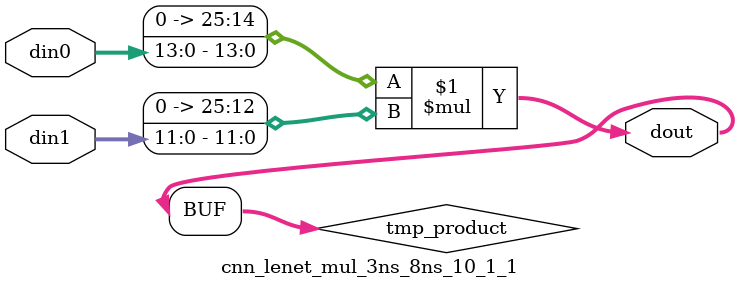
<source format=v>

`timescale 1 ns / 1 ps

  module cnn_lenet_mul_3ns_8ns_10_1_1(din0, din1, dout);
parameter ID = 1;
parameter NUM_STAGE = 0;
parameter din0_WIDTH = 14;
parameter din1_WIDTH = 12;
parameter dout_WIDTH = 26;

input [din0_WIDTH - 1 : 0] din0; 
input [din1_WIDTH - 1 : 0] din1; 
output [dout_WIDTH - 1 : 0] dout;

wire signed [dout_WIDTH - 1 : 0] tmp_product;










assign tmp_product = $signed({1'b0, din0}) * $signed({1'b0, din1});











assign dout = tmp_product;







endmodule

</source>
